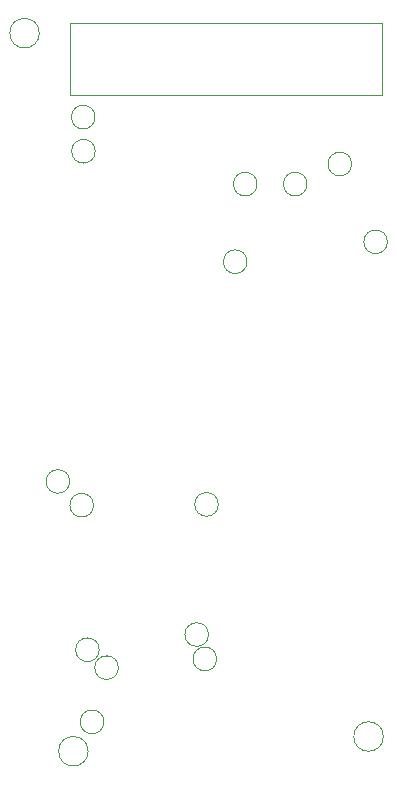
<source format=gbr>
G04 #@! TF.GenerationSoftware,KiCad,Pcbnew,(5.1.10)-1*
G04 #@! TF.CreationDate,2021-10-05T13:08:05+05:30*
G04 #@! TF.ProjectId,P-1000072_Cicada Wi-Fi,502d3130-3030-4303-9732-5f4369636164,0.1*
G04 #@! TF.SameCoordinates,PX7cee6c0PY3dfd240*
G04 #@! TF.FileFunction,Other,User*
%FSLAX46Y46*%
G04 Gerber Fmt 4.6, Leading zero omitted, Abs format (unit mm)*
G04 Created by KiCad (PCBNEW (5.1.10)-1) date 2021-10-05 13:08:05*
%MOMM*%
%LPD*%
G01*
G04 APERTURE LIST*
%ADD10C,0.050000*%
G04 APERTURE END LIST*
D10*
X-13204600Y3044600D02*
X-13204600Y-3055400D01*
X-13204600Y-3055400D02*
X13195400Y-3055400D01*
X13195400Y-3055400D02*
X13195400Y3044600D01*
X13195400Y3044600D02*
X-13204600Y3044600D01*
X-1519680Y-48707040D02*
G75*
G03*
X-1519680Y-48707040I-1000000J0D01*
G01*
X-686560Y-37688520D02*
G75*
G03*
X-686560Y-37688520I-1000000J0D01*
G01*
X-828800Y-50774600D02*
G75*
G03*
X-828800Y-50774600I-1000000J0D01*
G01*
X-10770360Y-49997360D02*
G75*
G03*
X-10770360Y-49997360I-1000000J0D01*
G01*
X-10379200Y-56098440D02*
G75*
G03*
X-10379200Y-56098440I-1000000J0D01*
G01*
X-11255500Y-37754560D02*
G75*
G03*
X-11255500Y-37754560I-1000000J0D01*
G01*
X1741680Y-17139920D02*
G75*
G03*
X1741680Y-17139920I-1000000J0D01*
G01*
X-9149840Y-51511200D02*
G75*
G03*
X-9149840Y-51511200I-1000000J0D01*
G01*
X-13269720Y-35745420D02*
G75*
G03*
X-13269720Y-35745420I-1000000J0D01*
G01*
X6820000Y-10570000D02*
G75*
G03*
X6820000Y-10570000I-1000000J0D01*
G01*
X2590000Y-10570000D02*
G75*
G03*
X2590000Y-10570000I-1000000J0D01*
G01*
X-11130000Y-4900000D02*
G75*
G03*
X-11130000Y-4900000I-1000000J0D01*
G01*
X-11110000Y-7790000D02*
G75*
G03*
X-11110000Y-7790000I-1000000J0D01*
G01*
X13630000Y-15460000D02*
G75*
G03*
X13630000Y-15460000I-1000000J0D01*
G01*
X10600000Y-8870000D02*
G75*
G03*
X10600000Y-8870000I-1000000J0D01*
G01*
X13281980Y-57343040D02*
G75*
G03*
X13281980Y-57343040I-1250000J0D01*
G01*
X-11714160Y-58587640D02*
G75*
G03*
X-11714160Y-58587640I-1250000J0D01*
G01*
X-15846740Y2212340D02*
G75*
G03*
X-15846740Y2212340I-1250000J0D01*
G01*
M02*

</source>
